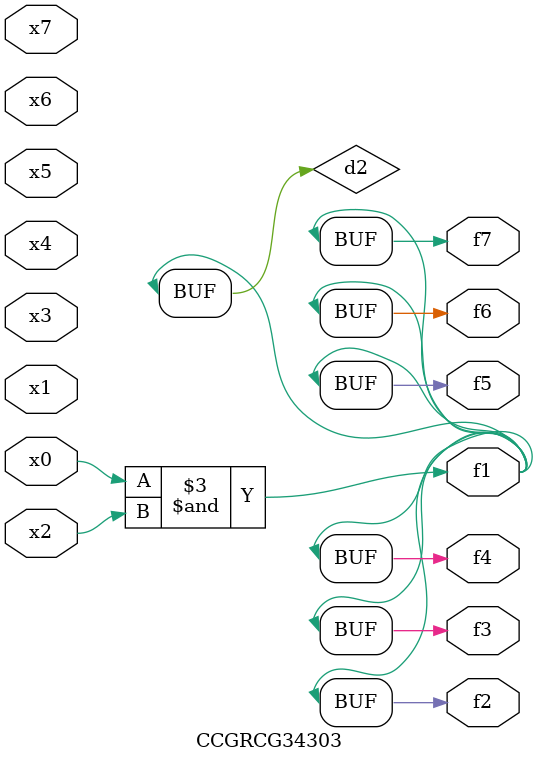
<source format=v>
module CCGRCG34303(
	input x0, x1, x2, x3, x4, x5, x6, x7,
	output f1, f2, f3, f4, f5, f6, f7
);

	wire d1, d2;

	nor (d1, x3, x6);
	and (d2, x0, x2);
	assign f1 = d2;
	assign f2 = d2;
	assign f3 = d2;
	assign f4 = d2;
	assign f5 = d2;
	assign f6 = d2;
	assign f7 = d2;
endmodule

</source>
